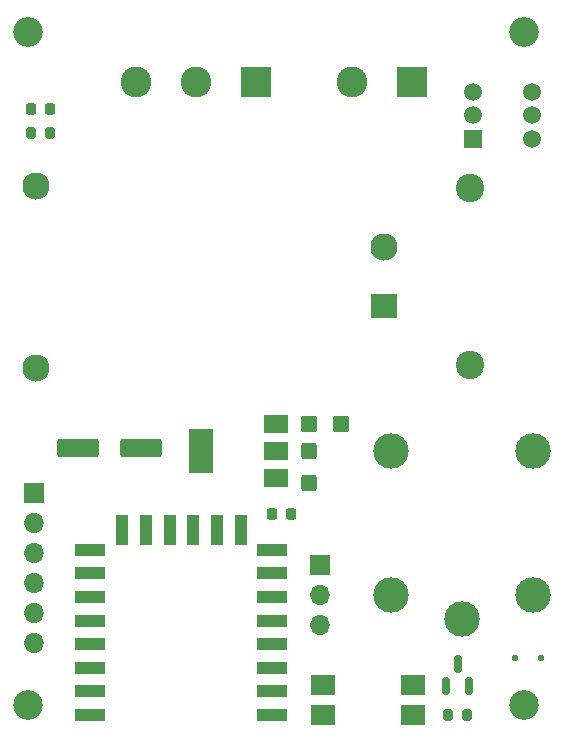
<source format=gts>
G04 #@! TF.GenerationSoftware,KiCad,Pcbnew,7.0.8*
G04 #@! TF.CreationDate,2024-05-09T20:35:49-03:00*
G04 #@! TF.ProjectId,lamp_module_x1,6c616d70-5f6d-46f6-9475-6c655f78312e,1.1*
G04 #@! TF.SameCoordinates,Original*
G04 #@! TF.FileFunction,Soldermask,Top*
G04 #@! TF.FilePolarity,Negative*
%FSLAX46Y46*%
G04 Gerber Fmt 4.6, Leading zero omitted, Abs format (unit mm)*
G04 Created by KiCad (PCBNEW 7.0.8) date 2024-05-09 20:35:49*
%MOMM*%
%LPD*%
G01*
G04 APERTURE LIST*
G04 Aperture macros list*
%AMRoundRect*
0 Rectangle with rounded corners*
0 $1 Rounding radius*
0 $2 $3 $4 $5 $6 $7 $8 $9 X,Y pos of 4 corners*
0 Add a 4 corners polygon primitive as box body*
4,1,4,$2,$3,$4,$5,$6,$7,$8,$9,$2,$3,0*
0 Add four circle primitives for the rounded corners*
1,1,$1+$1,$2,$3*
1,1,$1+$1,$4,$5*
1,1,$1+$1,$6,$7*
1,1,$1+$1,$8,$9*
0 Add four rect primitives between the rounded corners*
20,1,$1+$1,$2,$3,$4,$5,0*
20,1,$1+$1,$4,$5,$6,$7,0*
20,1,$1+$1,$6,$7,$8,$9,0*
20,1,$1+$1,$8,$9,$2,$3,0*%
G04 Aperture macros list end*
%ADD10RoundRect,0.225000X-0.225000X-0.250000X0.225000X-0.250000X0.225000X0.250000X-0.225000X0.250000X0*%
%ADD11RoundRect,0.150000X0.150000X-0.587500X0.150000X0.587500X-0.150000X0.587500X-0.150000X-0.587500X0*%
%ADD12C,2.500000*%
%ADD13RoundRect,0.125000X0.125000X0.125000X-0.125000X0.125000X-0.125000X-0.125000X0.125000X-0.125000X0*%
%ADD14R,1.700000X1.700000*%
%ADD15O,1.700000X1.700000*%
%ADD16RoundRect,0.218750X0.218750X0.256250X-0.218750X0.256250X-0.218750X-0.256250X0.218750X-0.256250X0*%
%ADD17C,3.000000*%
%ADD18R,2.600000X2.600000*%
%ADD19C,2.600000*%
%ADD20R,2.000000X1.500000*%
%ADD21R,2.000000X3.800000*%
%ADD22RoundRect,0.200000X-0.200000X-0.275000X0.200000X-0.275000X0.200000X0.275000X-0.200000X0.275000X0*%
%ADD23RoundRect,0.250000X-0.425000X0.450000X-0.425000X-0.450000X0.425000X-0.450000X0.425000X0.450000X0*%
%ADD24R,2.500000X1.100000*%
%ADD25R,1.100000X2.500000*%
%ADD26C,2.400000*%
%ADD27R,2.000000X1.780000*%
%ADD28R,2.300000X2.000000*%
%ADD29C,2.300000*%
%ADD30RoundRect,0.250000X-0.450000X-0.425000X0.450000X-0.425000X0.450000X0.425000X-0.450000X0.425000X0*%
%ADD31RoundRect,0.250000X-1.500000X-0.550000X1.500000X-0.550000X1.500000X0.550000X-1.500000X0.550000X0*%
%ADD32R,1.500000X1.500000*%
%ADD33C,1.500000*%
G04 APERTURE END LIST*
D10*
X152224000Y-94742000D03*
X153774000Y-94742000D03*
D11*
X166968000Y-109304800D03*
X168868000Y-109304800D03*
X167918000Y-107429800D03*
D12*
X131554001Y-53918154D03*
D13*
X174995500Y-106889300D03*
X172795500Y-106889300D03*
D14*
X156234000Y-99015300D03*
D15*
X156234000Y-101555300D03*
X156234000Y-104095300D03*
D12*
X173554000Y-110918153D03*
D16*
X133379500Y-60407300D03*
X131804500Y-60407300D03*
D17*
X168268000Y-103613300D03*
X162268000Y-89413300D03*
X174268000Y-89413300D03*
X174268000Y-101613300D03*
X162268000Y-101613300D03*
D18*
X150876000Y-58121300D03*
D19*
X145796000Y-58121300D03*
X140716000Y-58121300D03*
D14*
X132080000Y-92964000D03*
D15*
X132080000Y-95504000D03*
X132080000Y-98044000D03*
X132080000Y-100584000D03*
X132080000Y-103124000D03*
X132080000Y-105664000D03*
D18*
X164084000Y-58121300D03*
D19*
X159004000Y-58121300D03*
D20*
X152502000Y-91663300D03*
X152502000Y-89363300D03*
D21*
X146202000Y-89363300D03*
D20*
X152502000Y-87063300D03*
D22*
X167093000Y-111715300D03*
X168743000Y-111715300D03*
D23*
X155368000Y-89363300D03*
X155368000Y-92063300D03*
D24*
X152224000Y-111738800D03*
X152224000Y-109738800D03*
X152224000Y-107738800D03*
X152224000Y-105738800D03*
X152224000Y-103738800D03*
X152224000Y-101738800D03*
X152224000Y-99738800D03*
X152224000Y-97738800D03*
X136824000Y-97738800D03*
X136824000Y-99738800D03*
X136824000Y-101738800D03*
X136824000Y-103738800D03*
X136824000Y-105738800D03*
X136824000Y-107738800D03*
X136824000Y-109738800D03*
X136824000Y-111738800D03*
D25*
X149534000Y-96038800D03*
X147534000Y-96038800D03*
X145534000Y-96038800D03*
X143534000Y-96038800D03*
X141534000Y-96038800D03*
X139534000Y-96038800D03*
D26*
X168934000Y-82131300D03*
X168934000Y-67131300D03*
D27*
X156488000Y-109175300D03*
X156488000Y-111715300D03*
X164108000Y-111715300D03*
X164108000Y-109175300D03*
D28*
X161652500Y-77131300D03*
D29*
X161652500Y-72131300D03*
X132252500Y-82331300D03*
X132252500Y-66931300D03*
D30*
X155368000Y-87063301D03*
X158068000Y-87063301D03*
D12*
X131554001Y-110918154D03*
X173553999Y-53918154D03*
D31*
X135730000Y-89109300D03*
X141130000Y-89109300D03*
D22*
X131787000Y-62439300D03*
X133437000Y-62439300D03*
D32*
X169204000Y-62960000D03*
D33*
X169204000Y-60960000D03*
X169204000Y-58960000D03*
X174204000Y-62960000D03*
X174204000Y-60960000D03*
X174204000Y-58960000D03*
M02*

</source>
